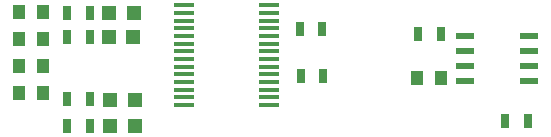
<source format=gtp>
G04 #@! TF.FileFunction,Paste,Top*
%FSLAX46Y46*%
G04 Gerber Fmt 4.6, Leading zero omitted, Abs format (unit mm)*
G04 Created by KiCad (PCBNEW 4.0.4-stable) date Friday, October 21, 2016 'PMt' 09:58:00 PM*
%MOMM*%
%LPD*%
G01*
G04 APERTURE LIST*
%ADD10C,0.100000*%
%ADD11R,0.700000X1.300000*%
%ADD12R,1.198880X1.198880*%
%ADD13R,1.000000X1.250000*%
%ADD14R,1.750000X0.450000*%
%ADD15R,1.550000X0.600000*%
G04 APERTURE END LIST*
D10*
D11*
X155006000Y-103378000D03*
X156906000Y-103378000D03*
D12*
X158657980Y-108694000D03*
X160756020Y-108694000D03*
X158657980Y-110894000D03*
X160756020Y-110894000D03*
D11*
X155032000Y-110894000D03*
X156932000Y-110894000D03*
X155017500Y-108630500D03*
X156917500Y-108630500D03*
D13*
X152939000Y-101256000D03*
X150939000Y-101256000D03*
X152939000Y-103542000D03*
X150939000Y-103542000D03*
X152939000Y-105828000D03*
X150939000Y-105828000D03*
X152939000Y-108114000D03*
X150939000Y-108114000D03*
X186674000Y-106807000D03*
X184674000Y-106807000D03*
D12*
X158589980Y-101282500D03*
X160688020Y-101282500D03*
X158526480Y-103378000D03*
X160624520Y-103378000D03*
D11*
X193990000Y-110426500D03*
X192090000Y-110426500D03*
X176632000Y-102644000D03*
X174732000Y-102644000D03*
X184724000Y-103124000D03*
X186624000Y-103124000D03*
X176682000Y-106644000D03*
X174782000Y-106644000D03*
D14*
X172082000Y-109119000D03*
X172082000Y-108469000D03*
X172082000Y-107819000D03*
X172082000Y-107169000D03*
X172082000Y-106519000D03*
X172082000Y-105869000D03*
X172082000Y-105219000D03*
X172082000Y-104569000D03*
X172082000Y-103919000D03*
X172082000Y-103269000D03*
X172082000Y-102619000D03*
X172082000Y-101969000D03*
X172082000Y-101319000D03*
X172082000Y-100669000D03*
X164882000Y-100669000D03*
X164882000Y-101319000D03*
X164882000Y-101969000D03*
X164882000Y-102619000D03*
X164882000Y-103269000D03*
X164882000Y-103919000D03*
X164882000Y-104569000D03*
X164882000Y-105219000D03*
X164882000Y-105869000D03*
X164882000Y-106519000D03*
X164882000Y-107169000D03*
X164882000Y-107819000D03*
X164882000Y-108469000D03*
X164882000Y-109119000D03*
D15*
X194089000Y-107061000D03*
X194089000Y-105791000D03*
X194089000Y-104521000D03*
X194089000Y-103251000D03*
X188689000Y-103251000D03*
X188689000Y-104521000D03*
X188689000Y-105791000D03*
X188689000Y-107061000D03*
D11*
X155006000Y-101282500D03*
X156906000Y-101282500D03*
M02*

</source>
